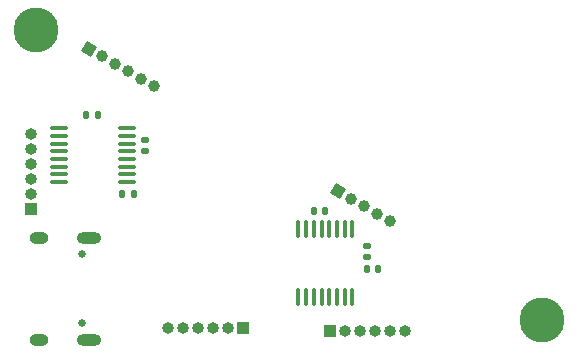
<source format=gbs>
G04 #@! TF.GenerationSoftware,KiCad,Pcbnew,(6.0.2-0)*
G04 #@! TF.CreationDate,2023-03-22T17:56:32-04:00*
G04 #@! TF.ProjectId,motor_board,6d6f746f-725f-4626-9f61-72642e6b6963,rev?*
G04 #@! TF.SameCoordinates,Original*
G04 #@! TF.FileFunction,Soldermask,Bot*
G04 #@! TF.FilePolarity,Negative*
%FSLAX46Y46*%
G04 Gerber Fmt 4.6, Leading zero omitted, Abs format (unit mm)*
G04 Created by KiCad (PCBNEW (6.0.2-0)) date 2023-03-22 17:56:32*
%MOMM*%
%LPD*%
G01*
G04 APERTURE LIST*
G04 Aperture macros list*
%AMRoundRect*
0 Rectangle with rounded corners*
0 $1 Rounding radius*
0 $2 $3 $4 $5 $6 $7 $8 $9 X,Y pos of 4 corners*
0 Add a 4 corners polygon primitive as box body*
4,1,4,$2,$3,$4,$5,$6,$7,$8,$9,$2,$3,0*
0 Add four circle primitives for the rounded corners*
1,1,$1+$1,$2,$3*
1,1,$1+$1,$4,$5*
1,1,$1+$1,$6,$7*
1,1,$1+$1,$8,$9*
0 Add four rect primitives between the rounded corners*
20,1,$1+$1,$2,$3,$4,$5,0*
20,1,$1+$1,$4,$5,$6,$7,0*
20,1,$1+$1,$6,$7,$8,$9,0*
20,1,$1+$1,$8,$9,$2,$3,0*%
%AMHorizOval*
0 Thick line with rounded ends*
0 $1 width*
0 $2 $3 position (X,Y) of the first rounded end (center of the circle)*
0 $4 $5 position (X,Y) of the second rounded end (center of the circle)*
0 Add line between two ends*
20,1,$1,$2,$3,$4,$5,0*
0 Add two circle primitives to create the rounded ends*
1,1,$1,$2,$3*
1,1,$1,$4,$5*%
%AMRotRect*
0 Rectangle, with rotation*
0 The origin of the aperture is its center*
0 $1 length*
0 $2 width*
0 $3 Rotation angle, in degrees counterclockwise*
0 Add horizontal line*
21,1,$1,$2,0,0,$3*%
G04 Aperture macros list end*
%ADD10C,3.800000*%
%ADD11R,1.000000X1.000000*%
%ADD12O,1.000000X1.000000*%
%ADD13C,0.650000*%
%ADD14O,2.100000X1.000000*%
%ADD15O,1.600000X1.000000*%
%ADD16RotRect,1.000000X1.000000X60.000000*%
%ADD17HorizOval,1.000000X0.000000X0.000000X0.000000X0.000000X0*%
%ADD18RoundRect,0.140000X-0.140000X-0.170000X0.140000X-0.170000X0.140000X0.170000X-0.140000X0.170000X0*%
%ADD19RoundRect,0.140000X0.170000X-0.140000X0.170000X0.140000X-0.170000X0.140000X-0.170000X-0.140000X0*%
%ADD20RoundRect,0.140000X0.140000X0.170000X-0.140000X0.170000X-0.140000X-0.170000X0.140000X-0.170000X0*%
%ADD21RoundRect,0.100000X-0.637500X-0.100000X0.637500X-0.100000X0.637500X0.100000X-0.637500X0.100000X0*%
%ADD22RoundRect,0.100000X0.100000X-0.637500X0.100000X0.637500X-0.100000X0.637500X-0.100000X-0.637500X0*%
G04 APERTURE END LIST*
D10*
X84010000Y-103390000D03*
D11*
X66085000Y-104290000D03*
D12*
X67355000Y-104290000D03*
X68625000Y-104290000D03*
X69895000Y-104290000D03*
X71165000Y-104290000D03*
X72435000Y-104290000D03*
D13*
X45115000Y-97850000D03*
X45115000Y-103630000D03*
D14*
X45645000Y-105060000D03*
D15*
X41465000Y-96420000D03*
X41465000Y-105060000D03*
D14*
X45645000Y-96420000D03*
D11*
X40800000Y-94035000D03*
D12*
X40800000Y-92765000D03*
X40800000Y-91495000D03*
X40800000Y-90225000D03*
X40800000Y-88955000D03*
X40800000Y-87685000D03*
D16*
X45660369Y-80422500D03*
D17*
X46760221Y-81057500D03*
X47860074Y-81692500D03*
X48959926Y-82327500D03*
X50059778Y-82962500D03*
X51159630Y-83597500D03*
D16*
X66730000Y-92490000D03*
D17*
X67829852Y-93125000D03*
X68929705Y-93760000D03*
X70029557Y-94395000D03*
X71129409Y-95030000D03*
D11*
X58705000Y-104110000D03*
D12*
X57435000Y-104110000D03*
X56165000Y-104110000D03*
X54895000Y-104110000D03*
X53625000Y-104110000D03*
X52355000Y-104110000D03*
D10*
X41200000Y-78870000D03*
D18*
X64730000Y-94210000D03*
X65690000Y-94210000D03*
D19*
X69220000Y-98080000D03*
X69220000Y-97120000D03*
D20*
X49450000Y-92750000D03*
X48490000Y-92750000D03*
D19*
X50400000Y-89100000D03*
X50400000Y-88140000D03*
D21*
X43127500Y-91705000D03*
X43127500Y-91055000D03*
X43127500Y-90405000D03*
X43127500Y-89755000D03*
X43127500Y-89105000D03*
X43127500Y-88455000D03*
X43127500Y-87805000D03*
X43127500Y-87155000D03*
X48852500Y-87155000D03*
X48852500Y-87805000D03*
X48852500Y-88455000D03*
X48852500Y-89105000D03*
X48852500Y-89755000D03*
X48852500Y-90405000D03*
X48852500Y-91055000D03*
X48852500Y-91705000D03*
D22*
X67955000Y-101442500D03*
X67305000Y-101442500D03*
X66655000Y-101442500D03*
X66005000Y-101442500D03*
X65355000Y-101442500D03*
X64705000Y-101442500D03*
X64055000Y-101442500D03*
X63405000Y-101442500D03*
X63405000Y-95717500D03*
X64055000Y-95717500D03*
X64705000Y-95717500D03*
X65355000Y-95717500D03*
X66005000Y-95717500D03*
X66655000Y-95717500D03*
X67305000Y-95717500D03*
X67955000Y-95717500D03*
D20*
X46400000Y-86070000D03*
X45440000Y-86070000D03*
X70170000Y-99110000D03*
X69210000Y-99110000D03*
M02*

</source>
